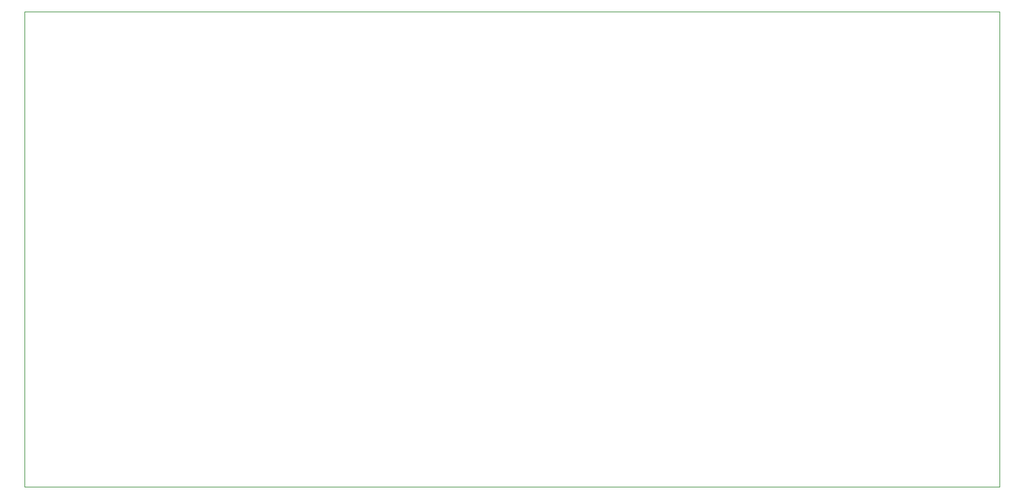
<source format=gbr>
%TF.GenerationSoftware,KiCad,Pcbnew,5.1.9-1.fc33*%
%TF.CreationDate,2021-03-05T16:36:47+03:00*%
%TF.ProjectId,Full schematic,46756c6c-2073-4636-9865-6d617469632e,rev?*%
%TF.SameCoordinates,Original*%
%TF.FileFunction,Profile,NP*%
%FSLAX46Y46*%
G04 Gerber Fmt 4.6, Leading zero omitted, Abs format (unit mm)*
G04 Created by KiCad (PCBNEW 5.1.9-1.fc33) date 2021-03-05 16:36:47*
%MOMM*%
%LPD*%
G01*
G04 APERTURE LIST*
%TA.AperFunction,Profile*%
%ADD10C,0.050000*%
%TD*%
G04 APERTURE END LIST*
D10*
X143800000Y-16400000D02*
X143600000Y-16400000D01*
X143800000Y-78800000D02*
X143800000Y-16400000D01*
X15800000Y-78800000D02*
X143800000Y-78800000D01*
X15800000Y-16400000D02*
X15800000Y-78800000D01*
X143600000Y-16400000D02*
X15800000Y-16400000D01*
M02*

</source>
